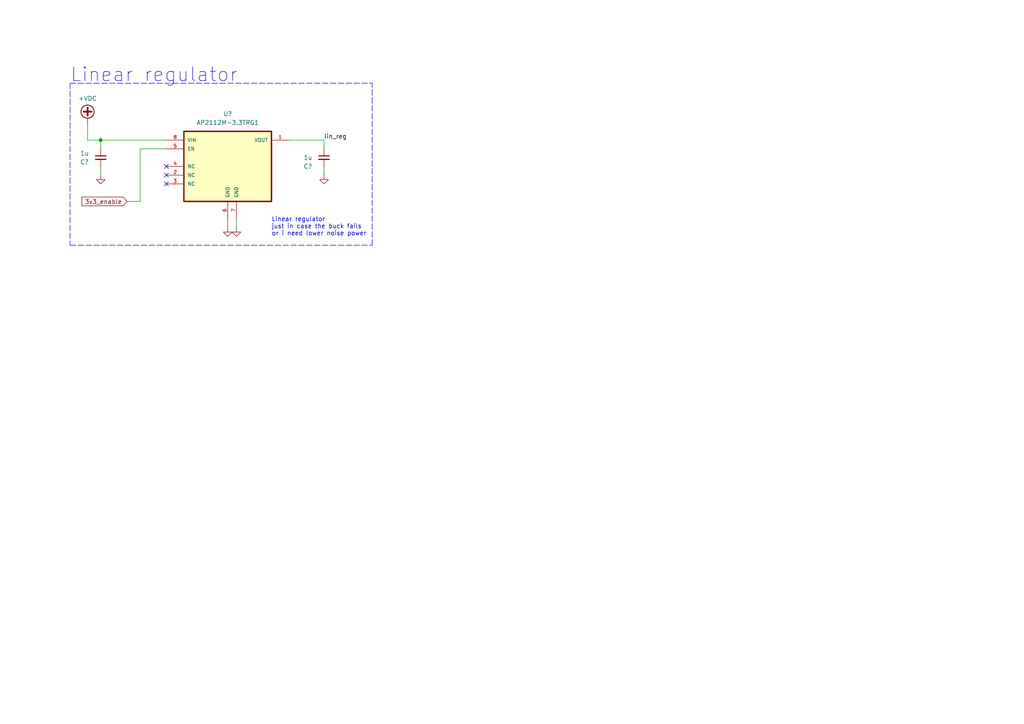
<source format=kicad_sch>
(kicad_sch (version 20211123) (generator eeschema)
  (paper "A4")
  (lib_symbols
    (symbol "AP2112M-3.3TRG1:AP2112M-3.3TRG1" (pin_names (offset 1.016))
      (property "Reference" "U" (at -11.43 13.97 0))
      (property "Value" "AP2112M-3.3TRG1" (at -11.43 11.43 0))
      (symbol "AP2112M-3.3TRG1_0_0"
        (rectangle (start -12.7 -10.16) (end 12.7 10.16) (stroke (width 0.4064)) (fill (type background)))
        (pin output line (at 17.78 7.62 180) (length 5.08) (name "VOUT") (number "1"))
        (pin bidirectional line (at -17.78 -2.54 0) (length 5.08) (name "NC") (number "2"))
        (pin bidirectional line (at -17.78 -5.08 0) (length 5.08) (name "NC") (number "3"))
        (pin bidirectional line (at -17.78 0 0) (length 5.08) (name "NC") (number "4"))
        (pin input line (at -17.78 5.08 0) (length 5.08) (name "EN") (number "5"))
        (pin power_in line (at 0 -15.24 90) (length 5.08) (name "GND") (number "6"))
        (pin power_in line (at 2.54 -15.24 90) (length 5.08) (name "GND") (number "7"))
        (pin input line (at -17.78 7.62 0) (length 5.08) (name "VIN") (number "8"))
      )
    )
    (symbol "Device:C_Small" (pin_numbers hide) (pin_names (offset 0.254) hide)
      (property "Reference" "C" (at 0.254 1.778 0))
      (property "Value" "C_Small" (at 0.254 -2.032 0))
      (symbol "C_Small_0_1"
        (polyline (pts (xy -1.524 -0.508) (xy 1.524 -0.508)) (stroke (width 0.3302)))
        (polyline (pts (xy -1.524 0.508) (xy 1.524 0.508)) (stroke (width 0.3048)))
      )
      (symbol "C_Small_1_1"
        (pin passive line (at 0 2.54 270) (length 2.032) (name "~") (number "1"))
        (pin passive line (at 0 -2.54 90) (length 2.032) (name "~") (number "2"))
      )
    )
    (symbol "power:+VDC" (power) (pin_names (offset 0))
      (property "Value" "+VDC" (at 0 6.35 0))
      (symbol "+VDC_0_1"
        (polyline (pts (xy -1.143 3.175) (xy 1.143 3.175)) (stroke (width 0.508)))
        (polyline (pts (xy 0 0) (xy 0 1.27)))
        (polyline (pts (xy 0 2.032) (xy 0 4.318)) (stroke (width 0.508)))
        (circle (center 0 3.175) (radius 1.905) (stroke (width 0.254)))
      )
      (symbol "+VDC_1_1"
        (pin power_in line (at 0 0 90) (length 0) hide (name "+VDC") (number "1"))
      )
    )
    (symbol "power:GND" (power) (pin_names (offset 0))
      (property "Value" "GND" (at 0 -3.81 0))
      (symbol "GND_0_1"
        (polyline (pts (xy 0 0) (xy 0 -1.27) (xy 1.27 -1.27) (xy 0 -2.54) (xy -1.27 -1.27) (xy 0 -1.27)))
      )
      (symbol "GND_1_1"
        (pin power_in line (at 0 0 270) (length 0) hide (name "GND") (number "1"))
      )
    )
  )
  (junction (at 29.21 40.64))
  (no_connect (at 48.26 48.26))
  (no_connect (at 48.26 50.8))
  (no_connect (at 48.26 53.34))
  (wire (pts (xy 40.64 43.18) (xy 48.26 43.18)))
  (wire (pts (xy 29.21 43.18) (xy 29.21 40.64)))
  (wire (pts (xy 68.58 63.5) (xy 68.58 66.04)))
  (wire (pts (xy 40.64 58.42) (xy 40.64 43.18)))
  (polyline (pts (xy 20.32 24.13) (xy 20.32 71.12)))
  (wire (pts (xy 93.98 40.64) (xy 93.98 43.18)))
  (polyline (pts (xy 20.32 71.12) (xy 107.95 71.12)))
  (wire (pts (xy 93.98 48.26) (xy 93.98 50.8)))
  (wire (pts (xy 29.21 48.26) (xy 29.21 50.8)))
  (polyline (pts (xy 20.32 24.13) (xy 107.95 24.13)))
  (wire (pts (xy 25.4 40.64) (xy 29.21 40.64)))
  (wire (pts (xy 29.21 40.64) (xy 48.26 40.64)))
  (wire (pts (xy 83.82 40.64) (xy 93.98 40.64)))
  (wire (pts (xy 25.4 35.56) (xy 25.4 40.64)))
  (wire (pts (xy 36.83 58.42) (xy 40.64 58.42)))
  (wire (pts (xy 66.04 63.5) (xy 66.04 66.04)))
  (polyline (pts (xy 107.95 71.12) (xy 107.95 24.13)))
  (text "Linear regulator" (at 20.32 24.13 0) (effects (font (size 4 4)) (justify left bottom)))
  (text "Linear regulator\njust in case the buck fails \nor i need lower noise power" (at 78.74 68.58 0) (effects (font (size 1.27 1.27)) (justify left bottom)))
  (label "lin_reg" (at 93.98 40.64 0))
  (global_label "3v3_enable" (shape input) (at 36.83 58.42 180) (property "Intersheet References" "${INTERSHEET_REFS}" (effects hide)))
  (symbol (lib_id "Device:C_Small") (at 29.21 45.72 0) (unit 1)
    (property "Reference" "C?" (at 23.241 46.99 0) (effects (justify left)))
    (property "Value" "1u" (at 23.241 44.45 0) (effects (justify left)))
    (property "Footprint" "Capacitor_SMD:C_0805_2012Metric_Pad1.18x1.45mm_HandSolder" (effects hide))
  )
  (symbol (lib_id "AP2112M-3.3TRG1:AP2112M-3.3TRG1") (at 66.04 48.26 0) (unit 1)
    (property "Reference" "U?" (at 66.04 33.02 0))
    (property "Value" "AP2112M-3.3TRG1" (at 66.04 35.56 0))
    (property "Footprint" "AP2112M-3.3TRG1:SOIC127P600X175-8N" (effects hide))
    (property "Manufacturer" "Diodes Inc." (effects hide))
    (property "Package" "SOIC127P600X175-8N" (effects hide))
  )
  (symbol (lib_id "Device:C_Small") (at 93.98 45.72 0) (unit 1)
    (property "Reference" "C?" (at 88.011 48.26 0) (effects (justify left)))
    (property "Value" "1u" (at 88.011 45.72 0) (effects (justify left)))
    (property "Footprint" "Capacitor_SMD:C_0805_2012Metric_Pad1.18x1.45mm_HandSolder" (effects hide))
  )
  (symbol (lib_id "power:GND") (at 66.04 66.04 0) (unit 1)
    (property "Reference" "#PWR?" (effects hide))
    (property "Value" "GND" (effects hide))
  )
  (symbol (lib_id "power:GND") (at 68.58 66.04 0) (unit 1)
    (property "Reference" "#PWR?" (effects hide))
    (property "Value" "GND" (effects hide))
  )
  (symbol (lib_id "power:GND") (at 93.98 50.8 0) (unit 1)
    (property "Reference" "#PWR?" (effects hide))
    (property "Value" "GND" (effects hide))
  )
  (symbol (lib_id "power:GND") (at 29.21 50.8 0) (unit 1)
    (property "Reference" "#PWR?" (effects hide))
    (property "Value" "GND" (effects hide))
  )
  (symbol (lib_id "power:+VDC") (at 25.4 35.56 0) (unit 1)
    (property "Reference" "#PWR?" (effects hide))
    (property "Value" "+VDC" (at 25.4 28.575 0))
  )
)
</source>
